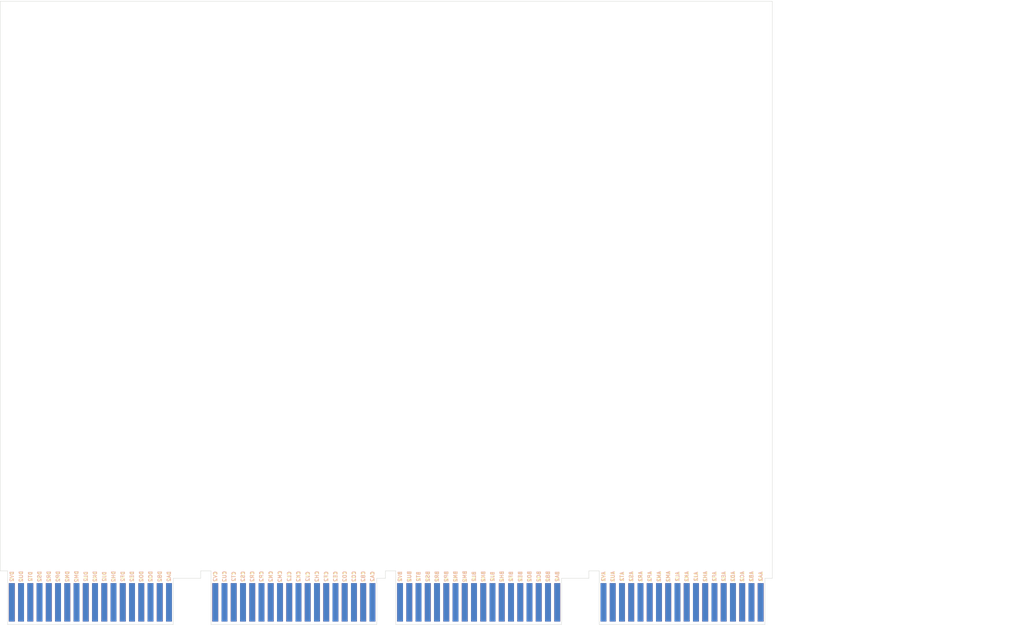
<source format=kicad_pcb>
(kicad_pcb (version 20171130) (host pcbnew "(5.1.10)-1")

  (general
    (thickness 1.6)
    (drawings 39)
    (tracks 0)
    (zones 0)
    (modules 9)
    (nets 1)
  )

  (page C)
  (title_block
    (title "DEC FLIP CHIP Module : Quad-Height, Extended-Length")
    (rev 1)
  )

  (layers
    (0 F.Cu signal)
    (31 B.Cu signal)
    (32 B.Adhes user)
    (33 F.Adhes user)
    (34 B.Paste user)
    (35 F.Paste user)
    (36 B.SilkS user)
    (37 F.SilkS user)
    (38 B.Mask user)
    (39 F.Mask user)
    (40 Dwgs.User user)
    (41 Cmts.User user)
    (42 Eco1.User user)
    (43 Eco2.User user)
    (44 Edge.Cuts user)
    (45 Margin user)
    (46 B.CrtYd user)
    (47 F.CrtYd user)
    (48 B.Fab user)
    (49 F.Fab user)
  )

  (setup
    (last_trace_width 0.25)
    (trace_clearance 0.2)
    (zone_clearance 0.508)
    (zone_45_only no)
    (trace_min 0.2)
    (via_size 0.8)
    (via_drill 0.4)
    (via_min_size 0.4)
    (via_min_drill 0.3)
    (uvia_size 0.3)
    (uvia_drill 0.1)
    (uvias_allowed no)
    (uvia_min_size 0.2)
    (uvia_min_drill 0.1)
    (edge_width 0.127)
    (segment_width 0.2)
    (pcb_text_width 0.3)
    (pcb_text_size 1.5 1.5)
    (mod_edge_width 0.12)
    (mod_text_size 1 1)
    (mod_text_width 0.15)
    (pad_size 2.032 13.208)
    (pad_drill 0)
    (pad_to_mask_clearance 0)
    (aux_axis_origin 0 0)
    (grid_origin 406.4 304.8)
    (visible_elements 7FFFFFFF)
    (pcbplotparams
      (layerselection 0x010fc_ffffffff)
      (usegerberextensions false)
      (usegerberattributes true)
      (usegerberadvancedattributes true)
      (creategerberjobfile true)
      (excludeedgelayer true)
      (linewidth 0.100000)
      (plotframeref false)
      (viasonmask false)
      (mode 1)
      (useauxorigin false)
      (hpglpennumber 1)
      (hpglpenspeed 20)
      (hpglpendiameter 15.000000)
      (psnegative false)
      (psa4output false)
      (plotreference true)
      (plotvalue true)
      (plotinvisibletext false)
      (padsonsilk false)
      (subtractmaskfromsilk false)
      (outputformat 1)
      (mirror false)
      (drillshape 1)
      (scaleselection 1)
      (outputdirectory ""))
  )

  (net 0 "")

  (net_class Default "This is the default net class."
    (clearance 0.2)
    (trace_width 0.25)
    (via_dia 0.8)
    (via_drill 0.4)
    (uvia_dia 0.3)
    (uvia_drill 0.1)
  )

  (module DEC-FLIP-CHIP:CONN-DEC-QUAD (layer F.Cu) (tedit 6169CF1D) (tstamp 616A59DF)
    (at 406.4 304.8)
    (descr "DEC FLIP CHIP QUAD-HEIGHT Edge Connector")
    (fp_text reference J1 (at -132.2832 4.3434) (layer Cmts.User) hide
      (effects (font (size 1.27 1.27) (thickness 0.2032)))
    )
    (fp_text value CONN-DEC-QUAD (at -132.0038 7.7216) (layer Cmts.User) hide
      (effects (font (size 1.27 1.27) (thickness 0.2032)))
    )
    (fp_text user DV2 (at -261.1374 -16.51 90) (layer B.SilkS)
      (effects (font (size 1.27 1.27) (thickness 0.2032)) (justify mirror))
    )
    (fp_text user DU2 (at -257.9624 -16.51 90) (layer B.SilkS)
      (effects (font (size 1.27 1.27) (thickness 0.2032)) (justify mirror))
    )
    (fp_text user DT2 (at -254.7874 -16.51 90) (layer B.SilkS)
      (effects (font (size 1.27 1.27) (thickness 0.2032)) (justify mirror))
    )
    (fp_text user DS2 (at -251.6124 -16.51 90) (layer B.SilkS)
      (effects (font (size 1.27 1.27) (thickness 0.2032)) (justify mirror))
    )
    (fp_text user DR2 (at -248.4374 -16.51 90) (layer B.SilkS)
      (effects (font (size 1.27 1.27) (thickness 0.2032)) (justify mirror))
    )
    (fp_text user DP2 (at -245.2624 -16.51 90) (layer B.SilkS)
      (effects (font (size 1.27 1.27) (thickness 0.2032)) (justify mirror))
    )
    (fp_text user DN2 (at -242.0874 -16.51 90) (layer B.SilkS)
      (effects (font (size 1.27 1.27) (thickness 0.2032)) (justify mirror))
    )
    (fp_text user DM2 (at -238.9124 -16.51 90) (layer B.SilkS)
      (effects (font (size 1.27 1.27) (thickness 0.2032)) (justify mirror))
    )
    (fp_text user DL2 (at -235.7374 -16.51 90) (layer B.SilkS)
      (effects (font (size 1.27 1.27) (thickness 0.2032)) (justify mirror))
    )
    (fp_text user DK2 (at -232.5624 -16.51 90) (layer B.SilkS)
      (effects (font (size 1.27 1.27) (thickness 0.2032)) (justify mirror))
    )
    (fp_text user DJ2 (at -229.3874 -16.51 90) (layer B.SilkS)
      (effects (font (size 1.27 1.27) (thickness 0.2032)) (justify mirror))
    )
    (fp_text user DH2 (at -226.2124 -16.51 90) (layer B.SilkS)
      (effects (font (size 1.27 1.27) (thickness 0.2032)) (justify mirror))
    )
    (fp_text user DF2 (at -223.0374 -16.51 90) (layer B.SilkS)
      (effects (font (size 1.27 1.27) (thickness 0.2032)) (justify mirror))
    )
    (fp_text user DE2 (at -219.8624 -16.51 90) (layer B.SilkS)
      (effects (font (size 1.27 1.27) (thickness 0.2032)) (justify mirror))
    )
    (fp_text user DD2 (at -216.6874 -16.51 90) (layer B.SilkS)
      (effects (font (size 1.27 1.27) (thickness 0.2032)) (justify mirror))
    )
    (fp_text user DC2 (at -213.5124 -16.51 90) (layer B.SilkS)
      (effects (font (size 1.27 1.27) (thickness 0.2032)) (justify mirror))
    )
    (fp_text user DB2 (at -210.3374 -16.51 90) (layer B.SilkS)
      (effects (font (size 1.27 1.27) (thickness 0.2032)) (justify mirror))
    )
    (fp_text user DA2 (at -207.1624 -16.51 90) (layer B.SilkS)
      (effects (font (size 1.27 1.27) (thickness 0.2032)) (justify mirror))
    )
    (fp_text user CA2 (at -137.3124 -16.51 90) (layer B.SilkS)
      (effects (font (size 1.27 1.27) (thickness 0.2032)) (justify mirror))
    )
    (fp_text user CB2 (at -140.4874 -16.51 90) (layer B.SilkS)
      (effects (font (size 1.27 1.27) (thickness 0.2032)) (justify mirror))
    )
    (fp_text user CC2 (at -143.6624 -16.51 90) (layer B.SilkS)
      (effects (font (size 1.27 1.27) (thickness 0.2032)) (justify mirror))
    )
    (fp_text user CD2 (at -146.8374 -16.51 90) (layer B.SilkS)
      (effects (font (size 1.27 1.27) (thickness 0.2032)) (justify mirror))
    )
    (fp_text user CE2 (at -150.0124 -16.51 90) (layer B.SilkS)
      (effects (font (size 1.27 1.27) (thickness 0.2032)) (justify mirror))
    )
    (fp_text user CF2 (at -153.1874 -16.51 90) (layer B.SilkS)
      (effects (font (size 1.27 1.27) (thickness 0.2032)) (justify mirror))
    )
    (fp_text user CH2 (at -156.3624 -16.51 90) (layer B.SilkS)
      (effects (font (size 1.27 1.27) (thickness 0.2032)) (justify mirror))
    )
    (fp_text user CJ2 (at -159.5374 -16.51 90) (layer B.SilkS)
      (effects (font (size 1.27 1.27) (thickness 0.2032)) (justify mirror))
    )
    (fp_text user CK2 (at -162.7124 -16.51 90) (layer B.SilkS)
      (effects (font (size 1.27 1.27) (thickness 0.2032)) (justify mirror))
    )
    (fp_text user CL2 (at -165.8874 -16.51 90) (layer B.SilkS)
      (effects (font (size 1.27 1.27) (thickness 0.2032)) (justify mirror))
    )
    (fp_text user CM2 (at -169.0624 -16.51 90) (layer B.SilkS)
      (effects (font (size 1.27 1.27) (thickness 0.2032)) (justify mirror))
    )
    (fp_text user CN2 (at -172.2374 -16.51 90) (layer B.SilkS)
      (effects (font (size 1.27 1.27) (thickness 0.2032)) (justify mirror))
    )
    (fp_text user CP2 (at -175.4124 -16.51 90) (layer B.SilkS)
      (effects (font (size 1.27 1.27) (thickness 0.2032)) (justify mirror))
    )
    (fp_text user CR2 (at -178.5874 -16.51 90) (layer B.SilkS)
      (effects (font (size 1.27 1.27) (thickness 0.2032)) (justify mirror))
    )
    (fp_text user CS2 (at -181.7624 -16.51 90) (layer B.SilkS)
      (effects (font (size 1.27 1.27) (thickness 0.2032)) (justify mirror))
    )
    (fp_text user CT2 (at -184.9374 -16.51 90) (layer B.SilkS)
      (effects (font (size 1.27 1.27) (thickness 0.2032)) (justify mirror))
    )
    (fp_text user CU2 (at -188.1124 -16.51 90) (layer B.SilkS)
      (effects (font (size 1.27 1.27) (thickness 0.2032)) (justify mirror))
    )
    (fp_text user CV2 (at -191.2874 -16.51 90) (layer B.SilkS)
      (effects (font (size 1.27 1.27) (thickness 0.2032)) (justify mirror))
    )
    (fp_text user BV2 (at -127.8382 -16.51 90) (layer B.SilkS)
      (effects (font (size 1.27 1.27) (thickness 0.2032)) (justify mirror))
    )
    (fp_text user BU2 (at -124.6632 -16.51 90) (layer B.SilkS)
      (effects (font (size 1.27 1.27) (thickness 0.2032)) (justify mirror))
    )
    (fp_text user BT2 (at -121.4882 -16.51 90) (layer B.SilkS)
      (effects (font (size 1.27 1.27) (thickness 0.2032)) (justify mirror))
    )
    (fp_text user BS2 (at -118.3132 -16.51 90) (layer B.SilkS)
      (effects (font (size 1.27 1.27) (thickness 0.2032)) (justify mirror))
    )
    (fp_text user BR2 (at -115.1382 -16.51 90) (layer B.SilkS)
      (effects (font (size 1.27 1.27) (thickness 0.2032)) (justify mirror))
    )
    (fp_text user BP2 (at -111.9632 -16.51 90) (layer B.SilkS)
      (effects (font (size 1.27 1.27) (thickness 0.2032)) (justify mirror))
    )
    (fp_text user BN2 (at -108.7882 -16.51 90) (layer B.SilkS)
      (effects (font (size 1.27 1.27) (thickness 0.2032)) (justify mirror))
    )
    (fp_text user BM2 (at -105.6132 -16.51 90) (layer B.SilkS)
      (effects (font (size 1.27 1.27) (thickness 0.2032)) (justify mirror))
    )
    (fp_text user BL2 (at -102.4382 -16.51 90) (layer B.SilkS)
      (effects (font (size 1.27 1.27) (thickness 0.2032)) (justify mirror))
    )
    (fp_text user BK2 (at -99.2632 -16.51 90) (layer B.SilkS)
      (effects (font (size 1.27 1.27) (thickness 0.2032)) (justify mirror))
    )
    (fp_text user BJ2 (at -96.0882 -16.51 90) (layer B.SilkS)
      (effects (font (size 1.27 1.27) (thickness 0.2032)) (justify mirror))
    )
    (fp_text user BH2 (at -92.9132 -16.51 90) (layer B.SilkS)
      (effects (font (size 1.27 1.27) (thickness 0.2032)) (justify mirror))
    )
    (fp_text user BF2 (at -89.7382 -16.51 90) (layer B.SilkS)
      (effects (font (size 1.27 1.27) (thickness 0.2032)) (justify mirror))
    )
    (fp_text user BE2 (at -86.5632 -16.51 90) (layer B.SilkS)
      (effects (font (size 1.27 1.27) (thickness 0.2032)) (justify mirror))
    )
    (fp_text user BD2 (at -83.3882 -16.51 90) (layer B.SilkS)
      (effects (font (size 1.27 1.27) (thickness 0.2032)) (justify mirror))
    )
    (fp_text user BC2 (at -80.2132 -16.51 90) (layer B.SilkS)
      (effects (font (size 1.27 1.27) (thickness 0.2032)) (justify mirror))
    )
    (fp_text user BB2 (at -77.0382 -16.51 90) (layer B.SilkS)
      (effects (font (size 1.27 1.27) (thickness 0.2032)) (justify mirror))
    )
    (fp_text user BA2 (at -73.8632 -16.51 90) (layer B.SilkS)
      (effects (font (size 1.27 1.27) (thickness 0.2032)) (justify mirror))
    )
    (fp_text user AA2 (at -4.0132 -16.51 90) (layer B.SilkS)
      (effects (font (size 1.27 1.27) (thickness 0.2032)) (justify mirror))
    )
    (fp_text user AB2 (at -7.1882 -16.51 90) (layer B.SilkS)
      (effects (font (size 1.27 1.27) (thickness 0.2032)) (justify mirror))
    )
    (fp_text user AC2 (at -10.3632 -16.51 90) (layer B.SilkS)
      (effects (font (size 1.27 1.27) (thickness 0.2032)) (justify mirror))
    )
    (fp_text user AD2 (at -13.5382 -16.51 90) (layer B.SilkS)
      (effects (font (size 1.27 1.27) (thickness 0.2032)) (justify mirror))
    )
    (fp_text user AE2 (at -16.7132 -16.51 90) (layer B.SilkS)
      (effects (font (size 1.27 1.27) (thickness 0.2032)) (justify mirror))
    )
    (fp_text user AF2 (at -19.8882 -16.51 90) (layer B.SilkS)
      (effects (font (size 1.27 1.27) (thickness 0.2032)) (justify mirror))
    )
    (fp_text user AH2 (at -23.0632 -16.51 90) (layer B.SilkS)
      (effects (font (size 1.27 1.27) (thickness 0.2032)) (justify mirror))
    )
    (fp_text user AJ2 (at -26.2382 -16.51 90) (layer B.SilkS)
      (effects (font (size 1.27 1.27) (thickness 0.2032)) (justify mirror))
    )
    (fp_text user AK2 (at -29.4132 -16.51 90) (layer B.SilkS)
      (effects (font (size 1.27 1.27) (thickness 0.2032)) (justify mirror))
    )
    (fp_text user AL2 (at -32.5882 -16.51 90) (layer B.SilkS)
      (effects (font (size 1.27 1.27) (thickness 0.2032)) (justify mirror))
    )
    (fp_text user AM2 (at -35.7632 -16.51 90) (layer B.SilkS)
      (effects (font (size 1.27 1.27) (thickness 0.2032)) (justify mirror))
    )
    (fp_text user AN2 (at -38.9382 -16.51 90) (layer B.SilkS)
      (effects (font (size 1.27 1.27) (thickness 0.2032)) (justify mirror))
    )
    (fp_text user AP2 (at -42.1132 -16.51 90) (layer B.SilkS)
      (effects (font (size 1.27 1.27) (thickness 0.2032)) (justify mirror))
    )
    (fp_text user AR2 (at -45.2882 -16.51 90) (layer B.SilkS)
      (effects (font (size 1.27 1.27) (thickness 0.2032)) (justify mirror))
    )
    (fp_text user AS2 (at -48.4632 -16.51 90) (layer B.SilkS)
      (effects (font (size 1.27 1.27) (thickness 0.2032)) (justify mirror))
    )
    (fp_text user AT2 (at -51.6382 -16.51 90) (layer B.SilkS)
      (effects (font (size 1.27 1.27) (thickness 0.2032)) (justify mirror))
    )
    (fp_text user AU2 (at -54.8132 -16.51 90) (layer B.SilkS)
      (effects (font (size 1.27 1.27) (thickness 0.2032)) (justify mirror))
    )
    (fp_text user AV2 (at -57.9882 -16.51 90) (layer B.SilkS)
      (effects (font (size 1.27 1.27) (thickness 0.2032)) (justify mirror))
    )
    (fp_text user DA1 (at -207.1624 -16.51 90) (layer F.SilkS)
      (effects (font (size 1.27 1.27) (thickness 0.2032)))
    )
    (fp_text user DB1 (at -210.3374 -16.51 90) (layer F.SilkS)
      (effects (font (size 1.27 1.27) (thickness 0.2032)))
    )
    (fp_text user DC1 (at -213.5124 -16.51 90) (layer F.SilkS)
      (effects (font (size 1.27 1.27) (thickness 0.2032)))
    )
    (fp_text user DD1 (at -216.6874 -16.51 90) (layer F.SilkS)
      (effects (font (size 1.27 1.27) (thickness 0.2032)))
    )
    (fp_text user DE1 (at -219.8624 -16.51 90) (layer F.SilkS)
      (effects (font (size 1.27 1.27) (thickness 0.2032)))
    )
    (fp_text user DF1 (at -223.0374 -16.51 90) (layer F.SilkS)
      (effects (font (size 1.27 1.27) (thickness 0.2032)))
    )
    (fp_text user DH1 (at -226.2124 -16.51 90) (layer F.SilkS)
      (effects (font (size 1.27 1.27) (thickness 0.2032)))
    )
    (fp_text user DJ1 (at -229.3874 -16.51 90) (layer F.SilkS)
      (effects (font (size 1.27 1.27) (thickness 0.2032)))
    )
    (fp_text user DK1 (at -232.5624 -16.51 90) (layer F.SilkS)
      (effects (font (size 1.27 1.27) (thickness 0.2032)))
    )
    (fp_text user DL1 (at -235.7374 -16.51 90) (layer F.SilkS)
      (effects (font (size 1.27 1.27) (thickness 0.2032)))
    )
    (fp_text user DM1 (at -238.9124 -16.51 90) (layer F.SilkS)
      (effects (font (size 1.27 1.27) (thickness 0.2032)))
    )
    (fp_text user DN1 (at -242.0874 -16.51 90) (layer F.SilkS)
      (effects (font (size 1.27 1.27) (thickness 0.2032)))
    )
    (fp_text user DP1 (at -245.2624 -16.51 90) (layer F.SilkS)
      (effects (font (size 1.27 1.27) (thickness 0.2032)))
    )
    (fp_text user DR1 (at -248.4374 -16.51 90) (layer F.SilkS)
      (effects (font (size 1.27 1.27) (thickness 0.2032)))
    )
    (fp_text user DS1 (at -251.6124 -16.51 90) (layer F.SilkS)
      (effects (font (size 1.27 1.27) (thickness 0.2032)))
    )
    (fp_text user DT1 (at -254.7874 -16.51 90) (layer F.SilkS)
      (effects (font (size 1.27 1.27) (thickness 0.2032)))
    )
    (fp_text user DU1 (at -257.9624 -16.51 90) (layer F.SilkS)
      (effects (font (size 1.27 1.27) (thickness 0.2032)))
    )
    (fp_text user DV1 (at -261.1374 -16.51 90) (layer F.SilkS)
      (effects (font (size 1.27 1.27) (thickness 0.2032)))
    )
    (fp_text user CV1 (at -191.2874 -16.51 90) (layer F.SilkS)
      (effects (font (size 1.27 1.27) (thickness 0.2032)))
    )
    (fp_text user CU1 (at -188.1124 -16.51 90) (layer F.SilkS)
      (effects (font (size 1.27 1.27) (thickness 0.2032)))
    )
    (fp_text user CT1 (at -184.9374 -16.51 90) (layer F.SilkS)
      (effects (font (size 1.27 1.27) (thickness 0.2032)))
    )
    (fp_text user CS1 (at -181.7624 -16.51 90) (layer F.SilkS)
      (effects (font (size 1.27 1.27) (thickness 0.2032)))
    )
    (fp_text user CR1 (at -178.5874 -16.51 90) (layer F.SilkS)
      (effects (font (size 1.27 1.27) (thickness 0.2032)))
    )
    (fp_text user CP1 (at -175.4124 -16.51 90) (layer F.SilkS)
      (effects (font (size 1.27 1.27) (thickness 0.2032)))
    )
    (fp_text user CN1 (at -172.2374 -16.51 90) (layer F.SilkS)
      (effects (font (size 1.27 1.27) (thickness 0.2032)))
    )
    (fp_text user CM1 (at -169.0624 -16.51 90) (layer F.SilkS)
      (effects (font (size 1.27 1.27) (thickness 0.2032)))
    )
    (fp_text user CL1 (at -165.8874 -16.51 90) (layer F.SilkS)
      (effects (font (size 1.27 1.27) (thickness 0.2032)))
    )
    (fp_text user CK1 (at -162.7124 -16.51 90) (layer F.SilkS)
      (effects (font (size 1.27 1.27) (thickness 0.2032)))
    )
    (fp_text user CJ1 (at -159.5374 -16.51 90) (layer F.SilkS)
      (effects (font (size 1.27 1.27) (thickness 0.2032)))
    )
    (fp_text user CH1 (at -156.3624 -16.51 90) (layer F.SilkS)
      (effects (font (size 1.27 1.27) (thickness 0.2032)))
    )
    (fp_text user CF1 (at -153.1874 -16.51 90) (layer F.SilkS)
      (effects (font (size 1.27 1.27) (thickness 0.2032)))
    )
    (fp_text user CE1 (at -150.0124 -16.51 90) (layer F.SilkS)
      (effects (font (size 1.27 1.27) (thickness 0.2032)))
    )
    (fp_text user CD1 (at -146.8374 -16.51 90) (layer F.SilkS)
      (effects (font (size 1.27 1.27) (thickness 0.2032)))
    )
    (fp_text user CC1 (at -143.6624 -16.51 90) (layer F.SilkS)
      (effects (font (size 1.27 1.27) (thickness 0.2032)))
    )
    (fp_text user CB1 (at -140.4874 -16.51 90) (layer F.SilkS)
      (effects (font (size 1.27 1.27) (thickness 0.2032)))
    )
    (fp_text user CA1 (at -137.3124 -16.51 90) (layer F.SilkS)
      (effects (font (size 1.27 1.27) (thickness 0.2032)))
    )
    (fp_text user BA1 (at -73.8632 -16.51 90) (layer F.SilkS)
      (effects (font (size 1.27 1.27) (thickness 0.2032)))
    )
    (fp_text user BB1 (at -77.0382 -16.51 90) (layer F.SilkS)
      (effects (font (size 1.27 1.27) (thickness 0.2032)))
    )
    (fp_text user BC1 (at -80.2132 -16.51 90) (layer F.SilkS)
      (effects (font (size 1.27 1.27) (thickness 0.2032)))
    )
    (fp_text user BD1 (at -83.3882 -16.51 90) (layer F.SilkS)
      (effects (font (size 1.27 1.27) (thickness 0.2032)))
    )
    (fp_text user BE1 (at -86.5632 -16.51 90) (layer F.SilkS)
      (effects (font (size 1.27 1.27) (thickness 0.2032)))
    )
    (fp_text user BF1 (at -89.7382 -16.51 90) (layer F.SilkS)
      (effects (font (size 1.27 1.27) (thickness 0.2032)))
    )
    (fp_text user BH1 (at -92.9132 -16.51 90) (layer F.SilkS)
      (effects (font (size 1.27 1.27) (thickness 0.2032)))
    )
    (fp_text user BJ1 (at -96.0882 -16.51 90) (layer F.SilkS)
      (effects (font (size 1.27 1.27) (thickness 0.2032)))
    )
    (fp_text user BK1 (at -99.2632 -16.51 90) (layer F.SilkS)
      (effects (font (size 1.27 1.27) (thickness 0.2032)))
    )
    (fp_text user BL1 (at -102.4382 -16.51 90) (layer F.SilkS)
      (effects (font (size 1.27 1.27) (thickness 0.2032)))
    )
    (fp_text user BM1 (at -105.6132 -16.51 90) (layer F.SilkS)
      (effects (font (size 1.27 1.27) (thickness 0.2032)))
    )
    (fp_text user BN1 (at -108.7882 -16.51 90) (layer F.SilkS)
      (effects (font (size 1.27 1.27) (thickness 0.2032)))
    )
    (fp_text user BP1 (at -111.9632 -16.51 90) (layer F.SilkS)
      (effects (font (size 1.27 1.27) (thickness 0.2032)))
    )
    (fp_text user BR1 (at -115.1382 -16.51 90) (layer F.SilkS)
      (effects (font (size 1.27 1.27) (thickness 0.2032)))
    )
    (fp_text user BS1 (at -118.3132 -16.51 90) (layer F.SilkS)
      (effects (font (size 1.27 1.27) (thickness 0.2032)))
    )
    (fp_text user BT1 (at -121.4882 -16.51 90) (layer F.SilkS)
      (effects (font (size 1.27 1.27) (thickness 0.2032)))
    )
    (fp_text user BU1 (at -124.6632 -16.51 90) (layer F.SilkS)
      (effects (font (size 1.27 1.27) (thickness 0.2032)))
    )
    (fp_text user BV1 (at -127.8382 -16.51 90) (layer F.SilkS)
      (effects (font (size 1.27 1.27) (thickness 0.2032)))
    )
    (fp_text user AV1 (at -57.9882 -16.51 90) (layer F.SilkS)
      (effects (font (size 1.27 1.27) (thickness 0.2032)))
    )
    (fp_text user AU1 (at -54.8132 -16.51 90) (layer F.SilkS)
      (effects (font (size 1.27 1.27) (thickness 0.2032)))
    )
    (fp_text user AT1 (at -51.6382 -16.51 90) (layer F.SilkS)
      (effects (font (size 1.27 1.27) (thickness 0.2032)))
    )
    (fp_text user AS1 (at -48.4632 -16.51 90) (layer F.SilkS)
      (effects (font (size 1.27 1.27) (thickness 0.2032)))
    )
    (fp_text user AR1 (at -45.2882 -16.51 90) (layer F.SilkS)
      (effects (font (size 1.27 1.27) (thickness 0.2032)))
    )
    (fp_text user AP1 (at -42.1132 -16.51 90) (layer F.SilkS)
      (effects (font (size 1.27 1.27) (thickness 0.2032)))
    )
    (fp_text user AN1 (at -38.9382 -16.51 90) (layer F.SilkS)
      (effects (font (size 1.27 1.27) (thickness 0.2032)))
    )
    (fp_text user AM1 (at -35.7632 -16.51 90) (layer F.SilkS)
      (effects (font (size 1.27 1.27) (thickness 0.2032)))
    )
    (fp_text user AL1 (at -32.5882 -16.51 90) (layer F.SilkS)
      (effects (font (size 1.27 1.27) (thickness 0.2032)))
    )
    (fp_text user AK1 (at -29.4132 -16.51 90) (layer F.SilkS)
      (effects (font (size 1.27 1.27) (thickness 0.2032)))
    )
    (fp_text user AJ1 (at -26.2382 -16.51 90) (layer F.SilkS)
      (effects (font (size 1.27 1.27) (thickness 0.2032)))
    )
    (fp_text user AH1 (at -23.0632 -16.51 90) (layer F.SilkS)
      (effects (font (size 1.27 1.27) (thickness 0.2032)))
    )
    (fp_text user AF1 (at -19.8882 -16.51 90) (layer F.SilkS)
      (effects (font (size 1.27 1.27) (thickness 0.2032)))
    )
    (fp_text user AE1 (at -16.7132 -16.51 90) (layer F.SilkS)
      (effects (font (size 1.27 1.27) (thickness 0.2032)))
    )
    (fp_text user AD1 (at -13.5382 -16.51 90) (layer F.SilkS)
      (effects (font (size 1.27 1.27) (thickness 0.2032)))
    )
    (fp_text user AC1 (at -10.3632 -16.51 90) (layer F.SilkS)
      (effects (font (size 1.27 1.27) (thickness 0.2032)))
    )
    (fp_text user AB1 (at -7.1882 -16.51 90) (layer F.SilkS)
      (effects (font (size 1.27 1.27) (thickness 0.2032)))
    )
    (fp_text user AA1 (at -4.0132 -16.51 90) (layer F.SilkS)
      (effects (font (size 1.27 1.27) (thickness 0.2032)))
    )
    (pad DA2 connect rect (at -207.1624 -13.462) (size 2.032 13.208) (drill (offset 0 5.842)) (layers B.Cu B.Mask))
    (pad DB2 connect rect (at -210.3374 -13.462) (size 2.032 13.208) (drill (offset 0 5.842)) (layers B.Cu B.Mask))
    (pad DC2 connect rect (at -213.5124 -13.462) (size 2.032 13.208) (drill (offset 0 5.842)) (layers B.Cu B.Mask))
    (pad DD2 connect rect (at -216.6874 -13.462) (size 2.032 13.208) (drill (offset 0 5.842)) (layers B.Cu B.Mask))
    (pad DE2 connect rect (at -219.8624 -13.462) (size 2.032 13.208) (drill (offset 0 5.842)) (layers B.Cu B.Mask))
    (pad DF2 connect rect (at -223.0374 -13.462) (size 2.032 13.208) (drill (offset 0 5.842)) (layers B.Cu B.Mask))
    (pad DH2 connect rect (at -226.2124 -13.462) (size 2.032 13.208) (drill (offset 0 5.842)) (layers B.Cu B.Mask))
    (pad DJ2 connect rect (at -229.3874 -13.462) (size 2.032 13.208) (drill (offset 0 5.842)) (layers B.Cu B.Mask))
    (pad DK2 connect rect (at -232.5624 -13.462) (size 2.032 13.208) (drill (offset 0 5.842)) (layers B.Cu B.Mask))
    (pad DL2 connect rect (at -235.7374 -13.462) (size 2.032 13.208) (drill (offset 0 5.842)) (layers B.Cu B.Mask))
    (pad DM2 connect rect (at -238.9124 -13.462) (size 2.032 13.208) (drill (offset 0 5.842)) (layers B.Cu B.Mask))
    (pad DN2 connect rect (at -242.0874 -13.462) (size 2.032 13.208) (drill (offset 0 5.842)) (layers B.Cu B.Mask))
    (pad DP2 connect rect (at -245.2624 -13.462) (size 2.032 13.208) (drill (offset 0 5.842)) (layers B.Cu B.Mask))
    (pad DR2 connect rect (at -248.4374 -13.462) (size 2.032 13.208) (drill (offset 0 5.842)) (layers B.Cu B.Mask))
    (pad DS2 connect rect (at -251.6124 -13.462) (size 2.032 13.208) (drill (offset 0 5.842)) (layers B.Cu B.Mask))
    (pad DT2 connect rect (at -254.7874 -13.462) (size 2.032 13.208) (drill (offset 0 5.842)) (layers B.Cu B.Mask))
    (pad DU2 connect rect (at -257.9624 -13.462) (size 2.032 13.208) (drill (offset 0 5.842)) (layers B.Cu B.Mask))
    (pad DV2 connect rect (at -261.1374 -13.462) (size 2.032 13.208) (drill (offset 0 5.842)) (layers B.Cu B.Mask))
    (pad CA2 connect rect (at -137.3124 -13.462) (size 2.032 13.208) (drill (offset 0 5.842)) (layers B.Cu B.Mask))
    (pad CB2 connect rect (at -140.4874 -13.462) (size 2.032 13.208) (drill (offset 0 5.842)) (layers B.Cu B.Mask))
    (pad CC2 connect rect (at -143.6624 -13.462) (size 2.032 13.208) (drill (offset 0 5.842)) (layers B.Cu B.Mask))
    (pad CD2 connect rect (at -146.8374 -13.462) (size 2.032 13.208) (drill (offset 0 5.842)) (layers B.Cu B.Mask))
    (pad CE2 connect rect (at -150.0124 -13.462) (size 2.032 13.208) (drill (offset 0 5.842)) (layers B.Cu B.Mask))
    (pad CF2 connect rect (at -153.1874 -13.462) (size 2.032 13.208) (drill (offset 0 5.842)) (layers B.Cu B.Mask))
    (pad CH2 connect rect (at -156.3624 -13.462) (size 2.032 13.208) (drill (offset 0 5.842)) (layers B.Cu B.Mask))
    (pad CJ2 connect rect (at -159.5374 -13.462) (size 2.032 13.208) (drill (offset 0 5.842)) (layers B.Cu B.Mask))
    (pad CK2 connect rect (at -162.7124 -13.462) (size 2.032 13.208) (drill (offset 0 5.842)) (layers B.Cu B.Mask))
    (pad CL2 connect rect (at -165.8874 -13.462) (size 2.032 13.208) (drill (offset 0 5.842)) (layers B.Cu B.Mask))
    (pad CM2 connect rect (at -169.0624 -13.462) (size 2.032 13.208) (drill (offset 0 5.842)) (layers B.Cu B.Mask))
    (pad CN2 connect rect (at -172.2374 -13.462) (size 2.032 13.208) (drill (offset 0 5.842)) (layers B.Cu B.Mask))
    (pad CP2 connect rect (at -175.4124 -13.462) (size 2.032 13.208) (drill (offset 0 5.842)) (layers B.Cu B.Mask))
    (pad CR2 connect rect (at -178.5874 -13.462) (size 2.032 13.208) (drill (offset 0 5.842)) (layers B.Cu B.Mask))
    (pad CS2 connect rect (at -181.7624 -13.462) (size 2.032 13.208) (drill (offset 0 5.842)) (layers B.Cu B.Mask))
    (pad CT2 connect rect (at -184.9374 -13.462) (size 2.032 13.208) (drill (offset 0 5.842)) (layers B.Cu B.Mask))
    (pad CU2 connect rect (at -188.1124 -13.462) (size 2.032 13.208) (drill (offset 0 5.842)) (layers B.Cu B.Mask))
    (pad CV2 connect rect (at -191.2874 -13.462) (size 2.032 13.208) (drill (offset 0 5.842)) (layers B.Cu B.Mask))
    (pad BA2 connect rect (at -73.8632 -13.462) (size 2.032 13.208) (drill (offset 0 5.842)) (layers B.Cu B.Mask))
    (pad BB2 connect rect (at -77.0382 -13.462) (size 2.032 13.208) (drill (offset 0 5.842)) (layers B.Cu B.Mask))
    (pad BC2 connect rect (at -80.2132 -13.462) (size 2.032 13.208) (drill (offset 0 5.842)) (layers B.Cu B.Mask))
    (pad BD2 connect rect (at -83.3882 -13.462) (size 2.032 13.208) (drill (offset 0 5.842)) (layers B.Cu B.Mask))
    (pad BE2 connect rect (at -86.5632 -13.462) (size 2.032 13.208) (drill (offset 0 5.842)) (layers B.Cu B.Mask))
    (pad BF2 connect rect (at -89.7382 -13.462) (size 2.032 13.208) (drill (offset 0 5.842)) (layers B.Cu B.Mask))
    (pad BH2 connect rect (at -92.9132 -13.462) (size 2.032 13.208) (drill (offset 0 5.842)) (layers B.Cu B.Mask))
    (pad BJ2 connect rect (at -96.0882 -13.462) (size 2.032 13.208) (drill (offset 0 5.842)) (layers B.Cu B.Mask))
    (pad BK2 connect rect (at -99.2632 -13.462) (size 2.032 13.208) (drill (offset 0 5.842)) (layers B.Cu B.Mask))
    (pad BL2 connect rect (at -102.4382 -13.462) (size 2.032 13.208) (drill (offset 0 5.842)) (layers B.Cu B.Mask))
    (pad BM2 connect rect (at -105.6132 -13.462) (size 2.032 13.208) (drill (offset 0 5.842)) (layers B.Cu B.Mask))
    (pad BN2 connect rect (at -108.7882 -13.462) (size 2.032 13.208) (drill (offset 0 5.842)) (layers B.Cu B.Mask))
    (pad BP2 connect rect (at -111.9632 -13.462) (size 2.032 13.208) (drill (offset 0 5.842)) (layers B.Cu B.Mask))
    (pad BR2 connect rect (at -115.1382 -13.462) (size 2.032 13.208) (drill (offset 0 5.842)) (layers B.Cu B.Mask))
    (pad BS2 connect rect (at -118.3132 -13.462) (size 2.032 13.208) (drill (offset 0 5.842)) (layers B.Cu B.Mask))
    (pad BT2 connect rect (at -121.4882 -13.462) (size 2.032 13.208) (drill (offset 0 5.842)) (layers B.Cu B.Mask))
    (pad BU2 connect rect (at -124.6632 -13.462) (size 2.032 13.208) (drill (offset 0 5.842)) (layers B.Cu B.Mask))
    (pad BV2 connect rect (at -127.8382 -13.462) (size 2.032 13.208) (drill (offset 0 5.842)) (layers B.Cu B.Mask))
    (pad AV2 connect rect (at -57.9882 -13.462) (size 2.032 13.208) (drill (offset 0 5.842)) (layers B.Cu B.Mask))
    (pad AU2 connect rect (at -54.8132 -13.462) (size 2.032 13.208) (drill (offset 0 5.842)) (layers B.Cu B.Mask))
    (pad AT2 connect rect (at -51.6382 -13.462) (size 2.032 13.208) (drill (offset 0 5.842)) (layers B.Cu B.Mask))
    (pad AS2 connect rect (at -48.4632 -13.462) (size 2.032 13.208) (drill (offset 0 5.842)) (layers B.Cu B.Mask))
    (pad AR2 connect rect (at -45.2882 -13.462) (size 2.032 13.208) (drill (offset 0 5.842)) (layers B.Cu B.Mask))
    (pad AP2 connect rect (at -42.1132 -13.462) (size 2.032 13.208) (drill (offset 0 5.842)) (layers B.Cu B.Mask))
    (pad AN2 connect rect (at -38.9382 -13.462) (size 2.032 13.208) (drill (offset 0 5.842)) (layers B.Cu B.Mask))
    (pad AM2 connect rect (at -35.7632 -13.462) (size 2.032 13.208) (drill (offset 0 5.842)) (layers B.Cu B.Mask))
    (pad AL2 connect rect (at -32.5882 -13.462) (size 2.032 13.208) (drill (offset 0 5.842)) (layers B.Cu B.Mask))
    (pad AK2 connect rect (at -29.4132 -13.462) (size 2.032 13.208) (drill (offset 0 5.842)) (layers B.Cu B.Mask))
    (pad AJ2 connect rect (at -26.2382 -13.462) (size 2.032 13.208) (drill (offset 0 5.842)) (layers B.Cu B.Mask))
    (pad AH2 connect rect (at -23.0632 -13.462) (size 2.032 13.208) (drill (offset 0 5.842)) (layers B.Cu B.Mask))
    (pad AF2 connect rect (at -19.8882 -13.462) (size 2.032 13.208) (drill (offset 0 5.842)) (layers B.Cu B.Mask))
    (pad AE2 connect rect (at -16.7132 -13.462) (size 2.032 13.208) (drill (offset 0 5.842)) (layers B.Cu B.Mask))
    (pad AD2 connect rect (at -13.5382 -13.462) (size 2.032 13.208) (drill (offset 0 5.842)) (layers B.Cu B.Mask))
    (pad AC2 connect rect (at -10.3632 -13.462) (size 2.032 13.208) (drill (offset 0 5.842)) (layers B.Cu B.Mask))
    (pad AB2 connect rect (at -7.1882 -13.462) (size 2.032 13.208) (drill (offset 0 5.842)) (layers B.Cu B.Mask))
    (pad AA2 connect rect (at -4.0132 -13.462) (size 2.032 13.208) (drill (offset 0 5.842)) (layers B.Cu B.Mask))
    (pad DV1 connect rect (at -261.1374 -13.462) (size 2.032 13.208) (drill (offset 0 5.842)) (layers F.Cu F.Mask))
    (pad DU1 connect rect (at -257.9624 -13.462) (size 2.032 13.208) (drill (offset 0 5.842)) (layers F.Cu F.Mask))
    (pad DT1 connect rect (at -254.7874 -13.462) (size 2.032 13.208) (drill (offset 0 5.842)) (layers F.Cu F.Mask))
    (pad DS1 connect rect (at -251.6124 -13.462) (size 2.032 13.208) (drill (offset 0 5.842)) (layers F.Cu F.Mask))
    (pad DR1 connect rect (at -248.4374 -13.462) (size 2.032 13.208) (drill (offset 0 5.842)) (layers F.Cu F.Mask))
    (pad DP1 connect rect (at -245.2624 -13.462) (size 2.032 13.208) (drill (offset 0 5.842)) (layers F.Cu F.Mask))
    (pad DN1 connect rect (at -242.0874 -13.462) (size 2.032 13.208) (drill (offset 0 5.842)) (layers F.Cu F.Mask))
    (pad DM1 connect rect (at -238.9124 -13.462) (size 2.032 13.208) (drill (offset 0 5.842)) (layers F.Cu F.Mask))
    (pad DL1 connect rect (at -235.7374 -13.462) (size 2.032 13.208) (drill (offset 0 5.842)) (layers F.Cu F.Mask))
    (pad DK1 connect rect (at -232.5624 -13.462) (size 2.032 13.208) (drill (offset 0 5.842)) (layers F.Cu F.Mask))
    (pad DJ1 connect rect (at -229.3874 -13.462) (size 2.032 13.208) (drill (offset 0 5.842)) (layers F.Cu F.Mask))
    (pad DH1 connect rect (at -226.2124 -13.462) (size 2.032 13.208) (drill (offset 0 5.842)) (layers F.Cu F.Mask))
    (pad DF1 connect rect (at -223.0374 -13.462) (size 2.032 13.208) (drill (offset 0 5.842)) (layers F.Cu F.Mask))
    (pad DE1 connect rect (at -219.8624 -13.462) (size 2.032 13.208) (drill (offset 0 5.842)) (layers F.Cu F.Mask))
    (pad DD1 connect rect (at -216.6874 -13.462) (size 2.032 13.208) (drill (offset 0 5.842)) (layers F.Cu F.Mask))
    (pad DC1 connect rect (at -213.5124 -13.462) (size 2.032 13.208) (drill (offset 0 5.842)) (layers F.Cu F.Mask))
    (pad DB1 connect rect (at -210.3374 -13.462) (size 2.032 13.208) (drill (offset 0 5.842)) (layers F.Cu F.Mask))
    (pad DA1 connect rect (at -207.1624 -13.462) (size 2.032 13.208) (drill (offset 0 5.842)) (layers F.Cu F.Mask))
    (pad CV1 connect rect (at -191.2874 -13.462) (size 2.032 13.208) (drill (offset 0 5.842)) (layers F.Cu F.Mask))
    (pad CU1 connect rect (at -188.1124 -13.462) (size 2.032 13.208) (drill (offset 0 5.842)) (layers F.Cu F.Mask))
    (pad CT1 connect rect (at -184.9374 -13.462) (size 2.032 13.208) (drill (offset 0 5.842)) (layers F.Cu F.Mask))
    (pad CS1 connect rect (at -181.7624 -13.462) (size 2.032 13.208) (drill (offset 0 5.842)) (layers F.Cu F.Mask))
    (pad CR1 connect rect (at -178.5874 -13.462) (size 2.032 13.208) (drill (offset 0 5.842)) (layers F.Cu F.Mask))
    (pad CP1 connect rect (at -175.4124 -13.462) (size 2.032 13.208) (drill (offset 0 5.842)) (layers F.Cu F.Mask))
    (pad CN1 connect rect (at -172.2374 -13.462) (size 2.032 13.208) (drill (offset 0 5.842)) (layers F.Cu F.Mask))
    (pad CM1 connect rect (at -169.0624 -13.462) (size 2.032 13.208) (drill (offset 0 5.842)) (layers F.Cu F.Mask))
    (pad CL1 connect rect (at -165.8874 -13.462) (size 2.032 13.208) (drill (offset 0 5.842)) (layers F.Cu F.Mask))
    (pad CK1 connect rect (at -162.7124 -13.462) (size 2.032 13.208) (drill (offset 0 5.842)) (layers F.Cu F.Mask))
    (pad CJ1 connect rect (at -159.5374 -13.462) (size 2.032 13.208) (drill (offset 0 5.842)) (layers F.Cu F.Mask))
    (pad CH1 connect rect (at -156.3624 -13.462) (size 2.032 13.208) (drill (offset 0 5.842)) (layers F.Cu F.Mask))
    (pad CF1 connect rect (at -153.1874 -13.462) (size 2.032 13.208) (drill (offset 0 5.842)) (layers F.Cu F.Mask))
    (pad CE1 connect rect (at -150.0124 -13.462) (size 2.032 13.208) (drill (offset 0 5.842)) (layers F.Cu F.Mask))
    (pad CD1 connect rect (at -146.8374 -13.462) (size 2.032 13.208) (drill (offset 0 5.842)) (layers F.Cu F.Mask))
    (pad CC1 connect rect (at -143.6624 -13.462) (size 2.032 13.208) (drill (offset 0 5.842)) (layers F.Cu F.Mask))
    (pad CB1 connect rect (at -140.4874 -13.462) (size 2.032 13.208) (drill (offset 0 5.842)) (layers F.Cu F.Mask))
    (pad CA1 connect rect (at -137.3124 -13.462) (size 2.032 13.208) (drill (offset 0 5.842)) (layers F.Cu F.Mask))
    (pad BV1 connect rect (at -127.8382 -13.462) (size 2.032 13.208) (drill (offset 0 5.842)) (layers F.Cu F.Mask))
    (pad BU1 connect rect (at -124.6632 -13.462) (size 2.032 13.208) (drill (offset 0 5.842)) (layers F.Cu F.Mask))
    (pad BT1 connect rect (at -121.4882 -13.462) (size 2.032 13.208) (drill (offset 0 5.842)) (layers F.Cu F.Mask))
    (pad BS1 connect rect (at -118.3132 -13.462) (size 2.032 13.208) (drill (offset 0 5.842)) (layers F.Cu F.Mask))
    (pad BR1 connect rect (at -115.1382 -13.462) (size 2.032 13.208) (drill (offset 0 5.842)) (layers F.Cu F.Mask))
    (pad BP1 connect rect (at -111.9632 -13.462) (size 2.032 13.208) (drill (offset 0 5.842)) (layers F.Cu F.Mask))
    (pad BN1 connect rect (at -108.7882 -13.462) (size 2.032 13.208) (drill (offset 0 5.842)) (layers F.Cu F.Mask))
    (pad BM1 connect rect (at -105.6132 -13.462) (size 2.032 13.208) (drill (offset 0 5.842)) (layers F.Cu F.Mask))
    (pad BL1 connect rect (at -102.4382 -13.462) (size 2.032 13.208) (drill (offset 0 5.842)) (layers F.Cu F.Mask))
    (pad BK1 connect rect (at -99.2632 -13.462) (size 2.032 13.208) (drill (offset 0 5.842)) (layers F.Cu F.Mask))
    (pad BJ1 connect rect (at -96.0882 -13.462) (size 2.032 13.208) (drill (offset 0 5.842)) (layers F.Cu F.Mask))
    (pad BH1 connect rect (at -92.9132 -13.462) (size 2.032 13.208) (drill (offset 0 5.842)) (layers F.Cu F.Mask))
    (pad BF1 connect rect (at -89.7382 -13.462) (size 2.032 13.208) (drill (offset 0 5.842)) (layers F.Cu F.Mask))
    (pad BE1 connect rect (at -86.5632 -13.462) (size 2.032 13.208) (drill (offset 0 5.842)) (layers F.Cu F.Mask))
    (pad BD1 connect rect (at -83.3882 -13.462) (size 2.032 13.208) (drill (offset 0 5.842)) (layers F.Cu F.Mask))
    (pad BC1 connect rect (at -80.2132 -13.462) (size 2.032 13.208) (drill (offset 0 5.842)) (layers F.Cu F.Mask))
    (pad BB1 connect rect (at -77.0382 -13.462) (size 2.032 13.208) (drill (offset 0 5.842)) (layers F.Cu F.Mask))
    (pad BA1 connect rect (at -73.8632 -13.462) (size 2.032 13.208) (drill (offset 0 5.842)) (layers F.Cu F.Mask))
    (pad AA1 connect rect (at -4.0132 -13.462) (size 2.032 13.208) (drill (offset 0 5.842)) (layers F.Cu F.Mask))
    (pad AB1 connect rect (at -7.1882 -13.462) (size 2.032 13.208) (drill (offset 0 5.842)) (layers F.Cu F.Mask))
    (pad AC1 connect rect (at -10.3632 -13.462) (size 2.032 13.208) (drill (offset 0 5.842)) (layers F.Cu F.Mask))
    (pad AD1 connect rect (at -13.5382 -13.462) (size 2.032 13.208) (drill (offset 0 5.842)) (layers F.Cu F.Mask))
    (pad AE1 connect rect (at -16.7132 -13.462) (size 2.032 13.208) (drill (offset 0 5.842)) (layers F.Cu F.Mask))
    (pad AF1 connect rect (at -19.8882 -13.462) (size 2.032 13.208) (drill (offset 0 5.842)) (layers F.Cu F.Mask))
    (pad AH1 connect rect (at -23.0632 -13.462) (size 2.032 13.208) (drill (offset 0 5.842)) (layers F.Cu F.Mask))
    (pad AJ1 connect rect (at -26.2382 -13.462) (size 2.032 13.208) (drill (offset 0 5.842)) (layers F.Cu F.Mask))
    (pad AK1 connect rect (at -29.4132 -13.462) (size 2.032 13.208) (drill (offset 0 5.842)) (layers F.Cu F.Mask))
    (pad AL1 connect rect (at -32.5882 -13.462) (size 2.032 13.208) (drill (offset 0 5.842)) (layers F.Cu F.Mask))
    (pad AM1 connect rect (at -35.7632 -13.462) (size 2.032 13.208) (drill (offset 0 5.842)) (layers F.Cu F.Mask))
    (pad AN1 connect rect (at -38.9382 -13.462) (size 2.032 13.208) (drill (offset 0 5.842)) (layers F.Cu F.Mask))
    (pad AP1 connect rect (at -42.1132 -13.462) (size 2.032 13.208) (drill (offset 0 5.842)) (layers F.Cu F.Mask))
    (pad AR1 connect rect (at -45.2882 -13.462) (size 2.032 13.208) (drill (offset 0 5.842)) (layers F.Cu F.Mask))
    (pad AS1 connect rect (at -48.4632 -13.462) (size 2.032 13.208) (drill (offset 0 5.842)) (layers F.Cu F.Mask))
    (pad AT1 connect rect (at -51.6382 -13.462) (size 2.032 13.208) (drill (offset 0 5.842)) (layers F.Cu F.Mask))
    (pad AU1 connect rect (at -54.8132 -13.462) (size 2.032 13.208) (drill (offset 0 5.842)) (layers F.Cu F.Mask))
    (pad AV1 connect rect (at -57.9882 -13.462) (size 2.032 13.208) (drill (offset 0 5.842)) (layers F.Cu F.Mask))
  )

  (module MountingHole:MountingHole_3.2mm_M3 (layer F.Cu) (tedit 56D1B4CB) (tstamp 614E68A8)
    (at 146.8374 95.377)
    (descr "Mounting Hole 3.2mm, no annular, M3")
    (tags "mounting hole 3.2mm no annular m3")
    (attr virtual)
    (fp_text reference " " (at 0 -4.2) (layer F.SilkS)
      (effects (font (size 1 1) (thickness 0.15)))
    )
    (fp_text value " " (at 0 4.2) (layer F.Fab) hide
      (effects (font (size 1 1) (thickness 0.15) italic))
    )
    (fp_circle (center 0 0) (end 3.2 0) (layer Cmts.User) (width 0.15))
    (fp_circle (center 0 0) (end 3.45 0) (layer F.CrtYd) (width 0.05))
    (fp_text user %R (at 0 -0.127) (layer F.Fab)
      (effects (font (size 1 1) (thickness 0.15)))
    )
    (pad 1 np_thru_hole circle (at 0 0) (size 3.2 3.2) (drill 3.2) (layers *.Cu *.Mask))
  )

  (module MountingHole:MountingHole_3.2mm_M3 (layer F.Cu) (tedit 56D1B4CB) (tstamp 614E689A)
    (at 197.6374 95.25)
    (descr "Mounting Hole 3.2mm, no annular, M3")
    (tags "mounting hole 3.2mm no annular m3")
    (attr virtual)
    (fp_text reference " " (at 0 -4.2) (layer F.SilkS)
      (effects (font (size 1 1) (thickness 0.15)))
    )
    (fp_text value " " (at 0 4.2) (layer F.Fab) hide
      (effects (font (size 1 1) (thickness 0.15) italic))
    )
    (fp_circle (center 0 0) (end 3.45 0) (layer F.CrtYd) (width 0.05))
    (fp_circle (center 0 0) (end 3.2 0) (layer Cmts.User) (width 0.15))
    (fp_text user %R (at 0.3 0) (layer F.Fab)
      (effects (font (size 1 1) (thickness 0.15)))
    )
    (pad 1 np_thru_hole circle (at 0 0) (size 3.2 3.2) (drill 3.2) (layers *.Cu *.Mask))
  )

  (module MountingHole:MountingHole_3.2mm_M3 (layer F.Cu) (tedit 56D1B4CB) (tstamp 614E688C)
    (at 216.6874 95.377)
    (descr "Mounting Hole 3.2mm, no annular, M3")
    (tags "mounting hole 3.2mm no annular m3")
    (attr virtual)
    (fp_text reference " " (at 0 -4.2) (layer F.SilkS)
      (effects (font (size 1 1) (thickness 0.15)))
    )
    (fp_text value " " (at 0 4.2) (layer F.Fab) hide
      (effects (font (size 1 1) (thickness 0.15) italic))
    )
    (fp_circle (center 0 0) (end 3.2 0) (layer Cmts.User) (width 0.15))
    (fp_circle (center 0 0) (end 3.45 0) (layer F.CrtYd) (width 0.05))
    (fp_text user %R (at 0.3 -0.127) (layer F.Fab)
      (effects (font (size 1 1) (thickness 0.15)))
    )
    (pad 1 np_thru_hole circle (at 0 0) (size 3.2 3.2) (drill 3.2) (layers *.Cu *.Mask))
  )

  (module MountingHole:MountingHole_3.2mm_M3 (layer F.Cu) (tedit 56D1B4CB) (tstamp 614E687E)
    (at 267.4874 95.25)
    (descr "Mounting Hole 3.2mm, no annular, M3")
    (tags "mounting hole 3.2mm no annular m3")
    (attr virtual)
    (fp_text reference " " (at 0 -4.2) (layer F.SilkS)
      (effects (font (size 1 1) (thickness 0.15)))
    )
    (fp_text value " " (at 0 4.2) (layer F.Fab) hide
      (effects (font (size 1 1) (thickness 0.15) italic))
    )
    (fp_circle (center 0 0) (end 3.45 0) (layer F.CrtYd) (width 0.05))
    (fp_circle (center 0 0) (end 3.2 0) (layer Cmts.User) (width 0.15))
    (fp_text user %R (at 0.3 0) (layer F.Fab)
      (effects (font (size 1 1) (thickness 0.15)))
    )
    (pad 1 np_thru_hole circle (at 0 0) (size 3.2 3.2) (drill 3.2) (layers *.Cu *.Mask))
  )

  (module MountingHole:MountingHole_3.2mm_M3 (layer F.Cu) (tedit 56D1B4CB) (tstamp 614E6810)
    (at 400.8374 95.25)
    (descr "Mounting Hole 3.2mm, no annular, M3")
    (tags "mounting hole 3.2mm no annular m3")
    (attr virtual)
    (fp_text reference " " (at 0 -4.2) (layer F.SilkS)
      (effects (font (size 1 1) (thickness 0.15)))
    )
    (fp_text value " " (at 0 4.2) (layer F.Fab) hide
      (effects (font (size 1 1) (thickness 0.15) italic))
    )
    (fp_circle (center 0 0) (end 3.45 0) (layer F.CrtYd) (width 0.05))
    (fp_circle (center 0 0) (end 3.2 0) (layer Cmts.User) (width 0.15))
    (fp_text user %R (at 0.3 0) (layer F.Fab)
      (effects (font (size 1 1) (thickness 0.15)))
    )
    (pad 1 np_thru_hole circle (at 0 0) (size 3.2 3.2) (drill 3.2) (layers *.Cu *.Mask))
  )

  (module MountingHole:MountingHole_3.2mm_M3 (layer F.Cu) (tedit 56D1B4CB) (tstamp 614E67F9)
    (at 350.0374 95.25)
    (descr "Mounting Hole 3.2mm, no annular, M3")
    (tags "mounting hole 3.2mm no annular m3")
    (attr virtual)
    (fp_text reference " " (at 0 -4.2) (layer F.SilkS)
      (effects (font (size 1 1) (thickness 0.15)))
    )
    (fp_text value " " (at 0 4.2) (layer F.Fab) hide
      (effects (font (size 1 1) (thickness 0.15) italic))
    )
    (fp_circle (center 0 0) (end 3.2 0) (layer Cmts.User) (width 0.15))
    (fp_circle (center 0 0) (end 3.45 0) (layer F.CrtYd) (width 0.05))
    (fp_text user %R (at 0.3 0) (layer F.Fab)
      (effects (font (size 1 1) (thickness 0.15)))
    )
    (pad 1 np_thru_hole circle (at 0 0) (size 3.2 3.2) (drill 3.2) (layers *.Cu *.Mask))
  )

  (module MountingHole:MountingHole_3.2mm_M3 (layer F.Cu) (tedit 56D1B4CB) (tstamp 614E67DF)
    (at 330.9874 95.25)
    (descr "Mounting Hole 3.2mm, no annular, M3")
    (tags "mounting hole 3.2mm no annular m3")
    (attr virtual)
    (fp_text reference " " (at 0 -4.2) (layer F.SilkS)
      (effects (font (size 1 1) (thickness 0.15)))
    )
    (fp_text value " " (at 0 4.2) (layer F.Fab) hide
      (effects (font (size 1 1) (thickness 0.15) italic))
    )
    (fp_circle (center 0 0) (end 3.45 0) (layer F.CrtYd) (width 0.05))
    (fp_circle (center 0 0) (end 3.2 0) (layer Cmts.User) (width 0.15))
    (fp_text user %R (at 0.3 0) (layer F.Fab)
      (effects (font (size 1 1) (thickness 0.15)))
    )
    (pad 1 np_thru_hole circle (at 0 0) (size 3.2 3.2) (drill 3.2) (layers *.Cu *.Mask))
  )

  (module MountingHole:MountingHole_3.2mm_M3 (layer F.Cu) (tedit 56D1B4CB) (tstamp 614E6728)
    (at 280.1874 95.25)
    (descr "Mounting Hole 3.2mm, no annular, M3")
    (tags "mounting hole 3.2mm no annular m3")
    (attr virtual)
    (fp_text reference " " (at 0 -4.2) (layer F.SilkS)
      (effects (font (size 1 1) (thickness 0.15)))
    )
    (fp_text value " " (at 0 4.2) (layer F.Fab) hide
      (effects (font (size 1 1) (thickness 0.15) italic))
    )
    (fp_circle (center 0 0) (end 3.2 0) (layer Cmts.User) (width 0.15))
    (fp_circle (center 0 0) (end 3.45 0) (layer F.CrtYd) (width 0.05))
    (fp_text user %R (at 0 0) (layer F.Fab)
      (effects (font (size 1 1) (thickness 0.15)))
    )
    (pad 1 np_thru_hole circle (at 0 0) (size 3.2 3.2) (drill 3.2) (layers *.Cu *.Mask))
  )

  (gr_poly (pts (xy 403.86 304.8) (xy 346.964 304.8) (xy 346.964 290.576) (xy 403.86 290.576)) (layer B.Mask) (width 0) (tstamp 616A60BA))
  (gr_poly (pts (xy 334.01 304.8) (xy 277.114 304.8) (xy 277.1267 290.576) (xy 334.0227 290.576)) (layer B.Mask) (width 0) (tstamp 616A60B9))
  (gr_poly (pts (xy 200.7108 304.8) (xy 143.8148 304.8) (xy 143.8148 290.576) (xy 200.7108 290.576)) (layer B.Mask) (width 0) (tstamp 616A60B8))
  (gr_poly (pts (xy 270.5608 304.8) (xy 213.6648 304.8) (xy 213.6648 290.576) (xy 270.5608 290.576)) (layer B.Mask) (width 0) (tstamp 616A60B7))
  (gr_line (start 405.4348 110.8202) (end 413.9565 107.315) (layer Cmts.User) (width 0.254))
  (gr_text "Usable board space" (at 454.1012 106.1212) (layer Cmts.User)
    (effects (font (size 5.08 5.08) (thickness 0.508)))
  )
  (gr_line (start 142.875 284.8356) (end 142.875 101.6508) (layer Cmts.User) (width 0.15) (tstamp 614EAFCC))
  (gr_line (start 404.7998 101.6508) (end 142.875 101.6508) (layer Cmts.User) (width 0.15))
  (gr_line (start 404.7998 287.3756) (end 404.7998 101.6508) (layer Cmts.User) (width 0.15))
  (gr_poly (pts (xy 200.7108 304.8) (xy 143.8148 304.8) (xy 143.8148 290.576) (xy 200.7108 290.576)) (layer F.Mask) (width 0) (tstamp 614E8330))
  (gr_poly (pts (xy 270.5608 304.8) (xy 213.6648 304.8) (xy 213.6648 290.576) (xy 270.5608 290.576)) (layer F.Mask) (width 0) (tstamp 614E832C))
  (gr_poly (pts (xy 334.01 304.8) (xy 277.114 304.8) (xy 277.1267 290.576) (xy 334.0227 290.576)) (layer F.Mask) (width 0) (tstamp 614E8203))
  (gr_poly (pts (xy 403.86 304.8) (xy 346.964 304.8) (xy 346.964 290.576) (xy 403.86 290.576)) (layer F.Mask) (width 0))
  (gr_line (start 143.8148 286.385) (end 143.8148 304.8) (layer Edge.Cuts) (width 0.127) (tstamp 614E6264))
  (gr_line (start 200.7108 304.8) (end 143.8148 304.8) (layer Edge.Cuts) (width 0.127) (tstamp 614E59A3))
  (gr_line (start 210.1088 288.925) (end 200.7108 288.925) (layer Edge.Cuts) (width 0.127) (tstamp 614E599C))
  (gr_line (start 200.7108 288.925) (end 200.7108 304.8) (layer Edge.Cuts) (width 0.127) (tstamp 614E599B))
  (gr_line (start 210.1088 288.925) (end 210.1088 286.385) (layer Edge.Cuts) (width 0.127) (tstamp 614E599A))
  (gr_line (start 213.6648 286.385) (end 213.6648 304.8) (layer Edge.Cuts) (width 0.127) (tstamp 614E5999))
  (gr_line (start 213.6648 286.385) (end 210.1088 286.385) (layer Edge.Cuts) (width 0.127) (tstamp 614E5998))
  (gr_line (start 270.5608 304.8) (end 213.6648 304.8) (layer Edge.Cuts) (width 0.127) (tstamp 614E5980))
  (gr_line (start 277.114 286.385) (end 277.114 304.8) (layer Edge.Cuts) (width 0.127) (tstamp 614E597D))
  (gr_line (start 277.114 286.385) (end 273.558 286.385) (layer Edge.Cuts) (width 0.127) (tstamp 614E5977))
  (gr_line (start 273.558 288.925) (end 273.558 286.385) (layer Edge.Cuts) (width 0.127) (tstamp 614E5974))
  (gr_line (start 273.558 288.925) (end 270.5608 288.925) (layer Edge.Cuts) (width 0.127))
  (gr_line (start 270.5608 288.925) (end 270.5608 304.8) (layer Edge.Cuts) (width 0.127) (tstamp 614E596A))
  (gr_line (start 334.01 304.8) (end 277.114 304.8) (layer Edge.Cuts) (width 0.127) (tstamp 614E5966))
  (gr_line (start 346.964 286.385) (end 346.964 304.8) (layer Edge.Cuts) (width 0.127) (tstamp 614E5950))
  (gr_line (start 346.964 286.385) (end 343.408 286.385) (layer Edge.Cuts) (width 0.127))
  (gr_line (start 343.408 288.925) (end 343.408 286.385) (layer Edge.Cuts) (width 0.127))
  (gr_line (start 343.408 288.925) (end 334.01 288.925) (layer Edge.Cuts) (width 0.127))
  (gr_line (start 334.01 288.925) (end 334.01 304.8) (layer Edge.Cuts) (width 0.127) (tstamp 614E5936))
  (gr_line (start 403.86 304.8) (end 346.964 304.8) (layer Edge.Cuts) (width 0.127))
  (gr_line (start 403.86 288.925) (end 403.86 304.8) (layer Edge.Cuts) (width 0.127))
  (gr_line (start 141.2748 286.385) (end 143.8148 286.385) (layer Edge.Cuts) (width 0.127) (tstamp 614E591E))
  (gr_line (start 406.4 288.925) (end 403.86 288.925) (layer Edge.Cuts) (width 0.127) (tstamp 614E6232))
  (gr_line (start 141.2748 90.678) (end 141.2748 286.385) (layer Edge.Cuts) (width 0.127) (tstamp 614E590F))
  (gr_line (start 406.4 90.678) (end 141.2748 90.678) (layer Edge.Cuts) (width 0.127))
  (gr_line (start 406.4 90.678) (end 406.4 288.925) (layer Edge.Cuts) (width 0.127))

)

</source>
